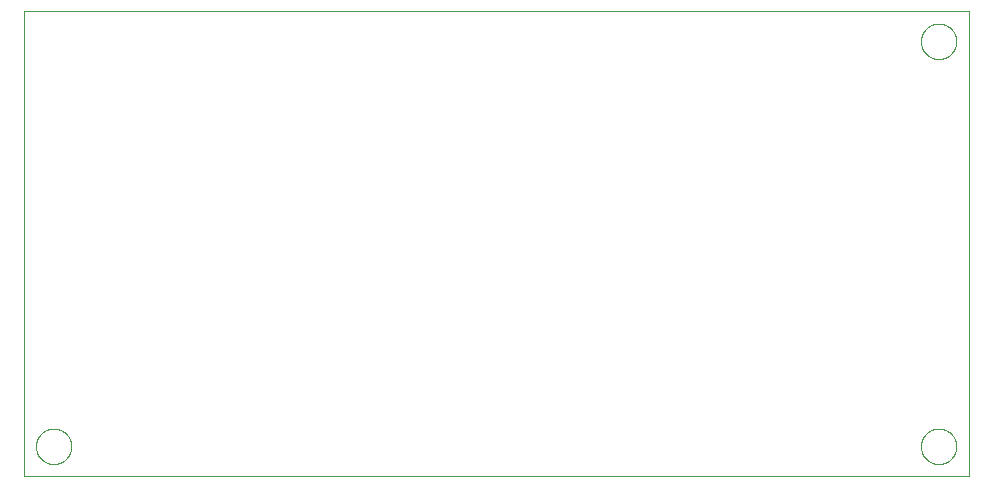
<source format=gbp>
G75*
%MOIN*%
%OFA0B0*%
%FSLAX25Y25*%
%IPPOS*%
%LPD*%
%AMOC8*
5,1,8,0,0,1.08239X$1,22.5*
%
%ADD10C,0.00000*%
D10*
X0023540Y0001000D02*
X0023540Y0155980D01*
X0338501Y0155980D01*
X0338501Y0001000D01*
X0023540Y0001000D01*
X0027634Y0011000D02*
X0027636Y0011153D01*
X0027642Y0011307D01*
X0027652Y0011460D01*
X0027666Y0011612D01*
X0027684Y0011765D01*
X0027706Y0011916D01*
X0027731Y0012067D01*
X0027761Y0012218D01*
X0027795Y0012368D01*
X0027832Y0012516D01*
X0027873Y0012664D01*
X0027918Y0012810D01*
X0027967Y0012956D01*
X0028020Y0013100D01*
X0028076Y0013242D01*
X0028136Y0013383D01*
X0028200Y0013523D01*
X0028267Y0013661D01*
X0028338Y0013797D01*
X0028413Y0013931D01*
X0028490Y0014063D01*
X0028572Y0014193D01*
X0028656Y0014321D01*
X0028744Y0014447D01*
X0028835Y0014570D01*
X0028929Y0014691D01*
X0029027Y0014809D01*
X0029127Y0014925D01*
X0029231Y0015038D01*
X0029337Y0015149D01*
X0029446Y0015257D01*
X0029558Y0015362D01*
X0029672Y0015463D01*
X0029790Y0015562D01*
X0029909Y0015658D01*
X0030031Y0015751D01*
X0030156Y0015840D01*
X0030283Y0015927D01*
X0030412Y0016009D01*
X0030543Y0016089D01*
X0030676Y0016165D01*
X0030811Y0016238D01*
X0030948Y0016307D01*
X0031087Y0016372D01*
X0031227Y0016434D01*
X0031369Y0016492D01*
X0031512Y0016547D01*
X0031657Y0016598D01*
X0031803Y0016645D01*
X0031950Y0016688D01*
X0032098Y0016727D01*
X0032247Y0016763D01*
X0032397Y0016794D01*
X0032548Y0016822D01*
X0032699Y0016846D01*
X0032852Y0016866D01*
X0033004Y0016882D01*
X0033157Y0016894D01*
X0033310Y0016902D01*
X0033463Y0016906D01*
X0033617Y0016906D01*
X0033770Y0016902D01*
X0033923Y0016894D01*
X0034076Y0016882D01*
X0034228Y0016866D01*
X0034381Y0016846D01*
X0034532Y0016822D01*
X0034683Y0016794D01*
X0034833Y0016763D01*
X0034982Y0016727D01*
X0035130Y0016688D01*
X0035277Y0016645D01*
X0035423Y0016598D01*
X0035568Y0016547D01*
X0035711Y0016492D01*
X0035853Y0016434D01*
X0035993Y0016372D01*
X0036132Y0016307D01*
X0036269Y0016238D01*
X0036404Y0016165D01*
X0036537Y0016089D01*
X0036668Y0016009D01*
X0036797Y0015927D01*
X0036924Y0015840D01*
X0037049Y0015751D01*
X0037171Y0015658D01*
X0037290Y0015562D01*
X0037408Y0015463D01*
X0037522Y0015362D01*
X0037634Y0015257D01*
X0037743Y0015149D01*
X0037849Y0015038D01*
X0037953Y0014925D01*
X0038053Y0014809D01*
X0038151Y0014691D01*
X0038245Y0014570D01*
X0038336Y0014447D01*
X0038424Y0014321D01*
X0038508Y0014193D01*
X0038590Y0014063D01*
X0038667Y0013931D01*
X0038742Y0013797D01*
X0038813Y0013661D01*
X0038880Y0013523D01*
X0038944Y0013383D01*
X0039004Y0013242D01*
X0039060Y0013100D01*
X0039113Y0012956D01*
X0039162Y0012810D01*
X0039207Y0012664D01*
X0039248Y0012516D01*
X0039285Y0012368D01*
X0039319Y0012218D01*
X0039349Y0012067D01*
X0039374Y0011916D01*
X0039396Y0011765D01*
X0039414Y0011612D01*
X0039428Y0011460D01*
X0039438Y0011307D01*
X0039444Y0011153D01*
X0039446Y0011000D01*
X0039444Y0010847D01*
X0039438Y0010693D01*
X0039428Y0010540D01*
X0039414Y0010388D01*
X0039396Y0010235D01*
X0039374Y0010084D01*
X0039349Y0009933D01*
X0039319Y0009782D01*
X0039285Y0009632D01*
X0039248Y0009484D01*
X0039207Y0009336D01*
X0039162Y0009190D01*
X0039113Y0009044D01*
X0039060Y0008900D01*
X0039004Y0008758D01*
X0038944Y0008617D01*
X0038880Y0008477D01*
X0038813Y0008339D01*
X0038742Y0008203D01*
X0038667Y0008069D01*
X0038590Y0007937D01*
X0038508Y0007807D01*
X0038424Y0007679D01*
X0038336Y0007553D01*
X0038245Y0007430D01*
X0038151Y0007309D01*
X0038053Y0007191D01*
X0037953Y0007075D01*
X0037849Y0006962D01*
X0037743Y0006851D01*
X0037634Y0006743D01*
X0037522Y0006638D01*
X0037408Y0006537D01*
X0037290Y0006438D01*
X0037171Y0006342D01*
X0037049Y0006249D01*
X0036924Y0006160D01*
X0036797Y0006073D01*
X0036668Y0005991D01*
X0036537Y0005911D01*
X0036404Y0005835D01*
X0036269Y0005762D01*
X0036132Y0005693D01*
X0035993Y0005628D01*
X0035853Y0005566D01*
X0035711Y0005508D01*
X0035568Y0005453D01*
X0035423Y0005402D01*
X0035277Y0005355D01*
X0035130Y0005312D01*
X0034982Y0005273D01*
X0034833Y0005237D01*
X0034683Y0005206D01*
X0034532Y0005178D01*
X0034381Y0005154D01*
X0034228Y0005134D01*
X0034076Y0005118D01*
X0033923Y0005106D01*
X0033770Y0005098D01*
X0033617Y0005094D01*
X0033463Y0005094D01*
X0033310Y0005098D01*
X0033157Y0005106D01*
X0033004Y0005118D01*
X0032852Y0005134D01*
X0032699Y0005154D01*
X0032548Y0005178D01*
X0032397Y0005206D01*
X0032247Y0005237D01*
X0032098Y0005273D01*
X0031950Y0005312D01*
X0031803Y0005355D01*
X0031657Y0005402D01*
X0031512Y0005453D01*
X0031369Y0005508D01*
X0031227Y0005566D01*
X0031087Y0005628D01*
X0030948Y0005693D01*
X0030811Y0005762D01*
X0030676Y0005835D01*
X0030543Y0005911D01*
X0030412Y0005991D01*
X0030283Y0006073D01*
X0030156Y0006160D01*
X0030031Y0006249D01*
X0029909Y0006342D01*
X0029790Y0006438D01*
X0029672Y0006537D01*
X0029558Y0006638D01*
X0029446Y0006743D01*
X0029337Y0006851D01*
X0029231Y0006962D01*
X0029127Y0007075D01*
X0029027Y0007191D01*
X0028929Y0007309D01*
X0028835Y0007430D01*
X0028744Y0007553D01*
X0028656Y0007679D01*
X0028572Y0007807D01*
X0028490Y0007937D01*
X0028413Y0008069D01*
X0028338Y0008203D01*
X0028267Y0008339D01*
X0028200Y0008477D01*
X0028136Y0008617D01*
X0028076Y0008758D01*
X0028020Y0008900D01*
X0027967Y0009044D01*
X0027918Y0009190D01*
X0027873Y0009336D01*
X0027832Y0009484D01*
X0027795Y0009632D01*
X0027761Y0009782D01*
X0027731Y0009933D01*
X0027706Y0010084D01*
X0027684Y0010235D01*
X0027666Y0010388D01*
X0027652Y0010540D01*
X0027642Y0010693D01*
X0027636Y0010847D01*
X0027634Y0011000D01*
X0322634Y0011000D02*
X0322636Y0011153D01*
X0322642Y0011307D01*
X0322652Y0011460D01*
X0322666Y0011612D01*
X0322684Y0011765D01*
X0322706Y0011916D01*
X0322731Y0012067D01*
X0322761Y0012218D01*
X0322795Y0012368D01*
X0322832Y0012516D01*
X0322873Y0012664D01*
X0322918Y0012810D01*
X0322967Y0012956D01*
X0323020Y0013100D01*
X0323076Y0013242D01*
X0323136Y0013383D01*
X0323200Y0013523D01*
X0323267Y0013661D01*
X0323338Y0013797D01*
X0323413Y0013931D01*
X0323490Y0014063D01*
X0323572Y0014193D01*
X0323656Y0014321D01*
X0323744Y0014447D01*
X0323835Y0014570D01*
X0323929Y0014691D01*
X0324027Y0014809D01*
X0324127Y0014925D01*
X0324231Y0015038D01*
X0324337Y0015149D01*
X0324446Y0015257D01*
X0324558Y0015362D01*
X0324672Y0015463D01*
X0324790Y0015562D01*
X0324909Y0015658D01*
X0325031Y0015751D01*
X0325156Y0015840D01*
X0325283Y0015927D01*
X0325412Y0016009D01*
X0325543Y0016089D01*
X0325676Y0016165D01*
X0325811Y0016238D01*
X0325948Y0016307D01*
X0326087Y0016372D01*
X0326227Y0016434D01*
X0326369Y0016492D01*
X0326512Y0016547D01*
X0326657Y0016598D01*
X0326803Y0016645D01*
X0326950Y0016688D01*
X0327098Y0016727D01*
X0327247Y0016763D01*
X0327397Y0016794D01*
X0327548Y0016822D01*
X0327699Y0016846D01*
X0327852Y0016866D01*
X0328004Y0016882D01*
X0328157Y0016894D01*
X0328310Y0016902D01*
X0328463Y0016906D01*
X0328617Y0016906D01*
X0328770Y0016902D01*
X0328923Y0016894D01*
X0329076Y0016882D01*
X0329228Y0016866D01*
X0329381Y0016846D01*
X0329532Y0016822D01*
X0329683Y0016794D01*
X0329833Y0016763D01*
X0329982Y0016727D01*
X0330130Y0016688D01*
X0330277Y0016645D01*
X0330423Y0016598D01*
X0330568Y0016547D01*
X0330711Y0016492D01*
X0330853Y0016434D01*
X0330993Y0016372D01*
X0331132Y0016307D01*
X0331269Y0016238D01*
X0331404Y0016165D01*
X0331537Y0016089D01*
X0331668Y0016009D01*
X0331797Y0015927D01*
X0331924Y0015840D01*
X0332049Y0015751D01*
X0332171Y0015658D01*
X0332290Y0015562D01*
X0332408Y0015463D01*
X0332522Y0015362D01*
X0332634Y0015257D01*
X0332743Y0015149D01*
X0332849Y0015038D01*
X0332953Y0014925D01*
X0333053Y0014809D01*
X0333151Y0014691D01*
X0333245Y0014570D01*
X0333336Y0014447D01*
X0333424Y0014321D01*
X0333508Y0014193D01*
X0333590Y0014063D01*
X0333667Y0013931D01*
X0333742Y0013797D01*
X0333813Y0013661D01*
X0333880Y0013523D01*
X0333944Y0013383D01*
X0334004Y0013242D01*
X0334060Y0013100D01*
X0334113Y0012956D01*
X0334162Y0012810D01*
X0334207Y0012664D01*
X0334248Y0012516D01*
X0334285Y0012368D01*
X0334319Y0012218D01*
X0334349Y0012067D01*
X0334374Y0011916D01*
X0334396Y0011765D01*
X0334414Y0011612D01*
X0334428Y0011460D01*
X0334438Y0011307D01*
X0334444Y0011153D01*
X0334446Y0011000D01*
X0334444Y0010847D01*
X0334438Y0010693D01*
X0334428Y0010540D01*
X0334414Y0010388D01*
X0334396Y0010235D01*
X0334374Y0010084D01*
X0334349Y0009933D01*
X0334319Y0009782D01*
X0334285Y0009632D01*
X0334248Y0009484D01*
X0334207Y0009336D01*
X0334162Y0009190D01*
X0334113Y0009044D01*
X0334060Y0008900D01*
X0334004Y0008758D01*
X0333944Y0008617D01*
X0333880Y0008477D01*
X0333813Y0008339D01*
X0333742Y0008203D01*
X0333667Y0008069D01*
X0333590Y0007937D01*
X0333508Y0007807D01*
X0333424Y0007679D01*
X0333336Y0007553D01*
X0333245Y0007430D01*
X0333151Y0007309D01*
X0333053Y0007191D01*
X0332953Y0007075D01*
X0332849Y0006962D01*
X0332743Y0006851D01*
X0332634Y0006743D01*
X0332522Y0006638D01*
X0332408Y0006537D01*
X0332290Y0006438D01*
X0332171Y0006342D01*
X0332049Y0006249D01*
X0331924Y0006160D01*
X0331797Y0006073D01*
X0331668Y0005991D01*
X0331537Y0005911D01*
X0331404Y0005835D01*
X0331269Y0005762D01*
X0331132Y0005693D01*
X0330993Y0005628D01*
X0330853Y0005566D01*
X0330711Y0005508D01*
X0330568Y0005453D01*
X0330423Y0005402D01*
X0330277Y0005355D01*
X0330130Y0005312D01*
X0329982Y0005273D01*
X0329833Y0005237D01*
X0329683Y0005206D01*
X0329532Y0005178D01*
X0329381Y0005154D01*
X0329228Y0005134D01*
X0329076Y0005118D01*
X0328923Y0005106D01*
X0328770Y0005098D01*
X0328617Y0005094D01*
X0328463Y0005094D01*
X0328310Y0005098D01*
X0328157Y0005106D01*
X0328004Y0005118D01*
X0327852Y0005134D01*
X0327699Y0005154D01*
X0327548Y0005178D01*
X0327397Y0005206D01*
X0327247Y0005237D01*
X0327098Y0005273D01*
X0326950Y0005312D01*
X0326803Y0005355D01*
X0326657Y0005402D01*
X0326512Y0005453D01*
X0326369Y0005508D01*
X0326227Y0005566D01*
X0326087Y0005628D01*
X0325948Y0005693D01*
X0325811Y0005762D01*
X0325676Y0005835D01*
X0325543Y0005911D01*
X0325412Y0005991D01*
X0325283Y0006073D01*
X0325156Y0006160D01*
X0325031Y0006249D01*
X0324909Y0006342D01*
X0324790Y0006438D01*
X0324672Y0006537D01*
X0324558Y0006638D01*
X0324446Y0006743D01*
X0324337Y0006851D01*
X0324231Y0006962D01*
X0324127Y0007075D01*
X0324027Y0007191D01*
X0323929Y0007309D01*
X0323835Y0007430D01*
X0323744Y0007553D01*
X0323656Y0007679D01*
X0323572Y0007807D01*
X0323490Y0007937D01*
X0323413Y0008069D01*
X0323338Y0008203D01*
X0323267Y0008339D01*
X0323200Y0008477D01*
X0323136Y0008617D01*
X0323076Y0008758D01*
X0323020Y0008900D01*
X0322967Y0009044D01*
X0322918Y0009190D01*
X0322873Y0009336D01*
X0322832Y0009484D01*
X0322795Y0009632D01*
X0322761Y0009782D01*
X0322731Y0009933D01*
X0322706Y0010084D01*
X0322684Y0010235D01*
X0322666Y0010388D01*
X0322652Y0010540D01*
X0322642Y0010693D01*
X0322636Y0010847D01*
X0322634Y0011000D01*
X0322634Y0146000D02*
X0322636Y0146153D01*
X0322642Y0146307D01*
X0322652Y0146460D01*
X0322666Y0146612D01*
X0322684Y0146765D01*
X0322706Y0146916D01*
X0322731Y0147067D01*
X0322761Y0147218D01*
X0322795Y0147368D01*
X0322832Y0147516D01*
X0322873Y0147664D01*
X0322918Y0147810D01*
X0322967Y0147956D01*
X0323020Y0148100D01*
X0323076Y0148242D01*
X0323136Y0148383D01*
X0323200Y0148523D01*
X0323267Y0148661D01*
X0323338Y0148797D01*
X0323413Y0148931D01*
X0323490Y0149063D01*
X0323572Y0149193D01*
X0323656Y0149321D01*
X0323744Y0149447D01*
X0323835Y0149570D01*
X0323929Y0149691D01*
X0324027Y0149809D01*
X0324127Y0149925D01*
X0324231Y0150038D01*
X0324337Y0150149D01*
X0324446Y0150257D01*
X0324558Y0150362D01*
X0324672Y0150463D01*
X0324790Y0150562D01*
X0324909Y0150658D01*
X0325031Y0150751D01*
X0325156Y0150840D01*
X0325283Y0150927D01*
X0325412Y0151009D01*
X0325543Y0151089D01*
X0325676Y0151165D01*
X0325811Y0151238D01*
X0325948Y0151307D01*
X0326087Y0151372D01*
X0326227Y0151434D01*
X0326369Y0151492D01*
X0326512Y0151547D01*
X0326657Y0151598D01*
X0326803Y0151645D01*
X0326950Y0151688D01*
X0327098Y0151727D01*
X0327247Y0151763D01*
X0327397Y0151794D01*
X0327548Y0151822D01*
X0327699Y0151846D01*
X0327852Y0151866D01*
X0328004Y0151882D01*
X0328157Y0151894D01*
X0328310Y0151902D01*
X0328463Y0151906D01*
X0328617Y0151906D01*
X0328770Y0151902D01*
X0328923Y0151894D01*
X0329076Y0151882D01*
X0329228Y0151866D01*
X0329381Y0151846D01*
X0329532Y0151822D01*
X0329683Y0151794D01*
X0329833Y0151763D01*
X0329982Y0151727D01*
X0330130Y0151688D01*
X0330277Y0151645D01*
X0330423Y0151598D01*
X0330568Y0151547D01*
X0330711Y0151492D01*
X0330853Y0151434D01*
X0330993Y0151372D01*
X0331132Y0151307D01*
X0331269Y0151238D01*
X0331404Y0151165D01*
X0331537Y0151089D01*
X0331668Y0151009D01*
X0331797Y0150927D01*
X0331924Y0150840D01*
X0332049Y0150751D01*
X0332171Y0150658D01*
X0332290Y0150562D01*
X0332408Y0150463D01*
X0332522Y0150362D01*
X0332634Y0150257D01*
X0332743Y0150149D01*
X0332849Y0150038D01*
X0332953Y0149925D01*
X0333053Y0149809D01*
X0333151Y0149691D01*
X0333245Y0149570D01*
X0333336Y0149447D01*
X0333424Y0149321D01*
X0333508Y0149193D01*
X0333590Y0149063D01*
X0333667Y0148931D01*
X0333742Y0148797D01*
X0333813Y0148661D01*
X0333880Y0148523D01*
X0333944Y0148383D01*
X0334004Y0148242D01*
X0334060Y0148100D01*
X0334113Y0147956D01*
X0334162Y0147810D01*
X0334207Y0147664D01*
X0334248Y0147516D01*
X0334285Y0147368D01*
X0334319Y0147218D01*
X0334349Y0147067D01*
X0334374Y0146916D01*
X0334396Y0146765D01*
X0334414Y0146612D01*
X0334428Y0146460D01*
X0334438Y0146307D01*
X0334444Y0146153D01*
X0334446Y0146000D01*
X0334444Y0145847D01*
X0334438Y0145693D01*
X0334428Y0145540D01*
X0334414Y0145388D01*
X0334396Y0145235D01*
X0334374Y0145084D01*
X0334349Y0144933D01*
X0334319Y0144782D01*
X0334285Y0144632D01*
X0334248Y0144484D01*
X0334207Y0144336D01*
X0334162Y0144190D01*
X0334113Y0144044D01*
X0334060Y0143900D01*
X0334004Y0143758D01*
X0333944Y0143617D01*
X0333880Y0143477D01*
X0333813Y0143339D01*
X0333742Y0143203D01*
X0333667Y0143069D01*
X0333590Y0142937D01*
X0333508Y0142807D01*
X0333424Y0142679D01*
X0333336Y0142553D01*
X0333245Y0142430D01*
X0333151Y0142309D01*
X0333053Y0142191D01*
X0332953Y0142075D01*
X0332849Y0141962D01*
X0332743Y0141851D01*
X0332634Y0141743D01*
X0332522Y0141638D01*
X0332408Y0141537D01*
X0332290Y0141438D01*
X0332171Y0141342D01*
X0332049Y0141249D01*
X0331924Y0141160D01*
X0331797Y0141073D01*
X0331668Y0140991D01*
X0331537Y0140911D01*
X0331404Y0140835D01*
X0331269Y0140762D01*
X0331132Y0140693D01*
X0330993Y0140628D01*
X0330853Y0140566D01*
X0330711Y0140508D01*
X0330568Y0140453D01*
X0330423Y0140402D01*
X0330277Y0140355D01*
X0330130Y0140312D01*
X0329982Y0140273D01*
X0329833Y0140237D01*
X0329683Y0140206D01*
X0329532Y0140178D01*
X0329381Y0140154D01*
X0329228Y0140134D01*
X0329076Y0140118D01*
X0328923Y0140106D01*
X0328770Y0140098D01*
X0328617Y0140094D01*
X0328463Y0140094D01*
X0328310Y0140098D01*
X0328157Y0140106D01*
X0328004Y0140118D01*
X0327852Y0140134D01*
X0327699Y0140154D01*
X0327548Y0140178D01*
X0327397Y0140206D01*
X0327247Y0140237D01*
X0327098Y0140273D01*
X0326950Y0140312D01*
X0326803Y0140355D01*
X0326657Y0140402D01*
X0326512Y0140453D01*
X0326369Y0140508D01*
X0326227Y0140566D01*
X0326087Y0140628D01*
X0325948Y0140693D01*
X0325811Y0140762D01*
X0325676Y0140835D01*
X0325543Y0140911D01*
X0325412Y0140991D01*
X0325283Y0141073D01*
X0325156Y0141160D01*
X0325031Y0141249D01*
X0324909Y0141342D01*
X0324790Y0141438D01*
X0324672Y0141537D01*
X0324558Y0141638D01*
X0324446Y0141743D01*
X0324337Y0141851D01*
X0324231Y0141962D01*
X0324127Y0142075D01*
X0324027Y0142191D01*
X0323929Y0142309D01*
X0323835Y0142430D01*
X0323744Y0142553D01*
X0323656Y0142679D01*
X0323572Y0142807D01*
X0323490Y0142937D01*
X0323413Y0143069D01*
X0323338Y0143203D01*
X0323267Y0143339D01*
X0323200Y0143477D01*
X0323136Y0143617D01*
X0323076Y0143758D01*
X0323020Y0143900D01*
X0322967Y0144044D01*
X0322918Y0144190D01*
X0322873Y0144336D01*
X0322832Y0144484D01*
X0322795Y0144632D01*
X0322761Y0144782D01*
X0322731Y0144933D01*
X0322706Y0145084D01*
X0322684Y0145235D01*
X0322666Y0145388D01*
X0322652Y0145540D01*
X0322642Y0145693D01*
X0322636Y0145847D01*
X0322634Y0146000D01*
M02*

</source>
